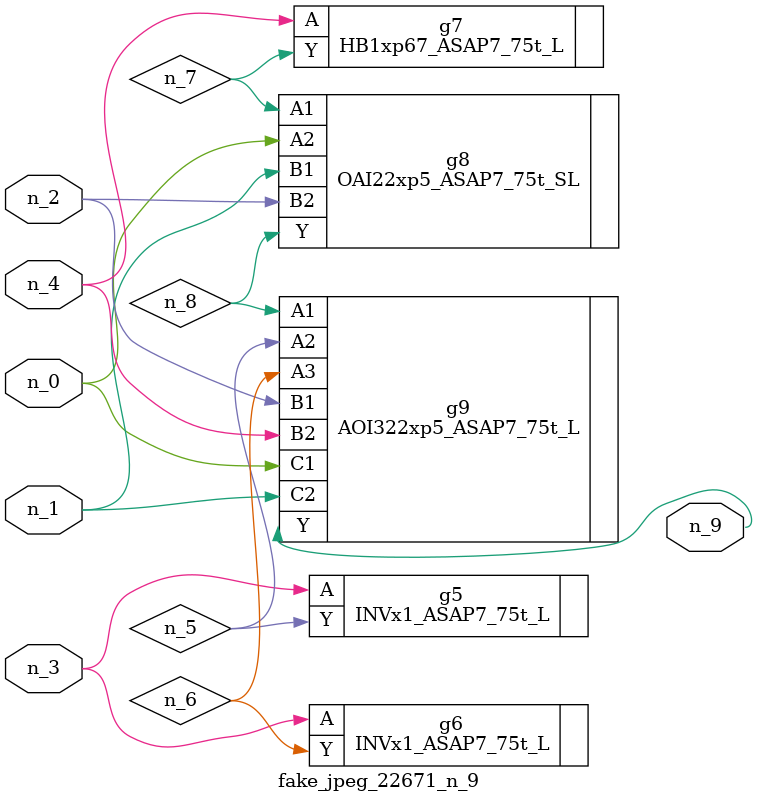
<source format=v>
module fake_jpeg_22671_n_9 (n_3, n_2, n_1, n_0, n_4, n_9);

input n_3;
input n_2;
input n_1;
input n_0;
input n_4;

output n_9;

wire n_8;
wire n_6;
wire n_5;
wire n_7;

INVx1_ASAP7_75t_L g5 ( 
.A(n_3),
.Y(n_5)
);

INVx1_ASAP7_75t_L g6 ( 
.A(n_3),
.Y(n_6)
);

HB1xp67_ASAP7_75t_L g7 ( 
.A(n_4),
.Y(n_7)
);

OAI22xp5_ASAP7_75t_SL g8 ( 
.A1(n_7),
.A2(n_0),
.B1(n_1),
.B2(n_2),
.Y(n_8)
);

AOI322xp5_ASAP7_75t_L g9 ( 
.A1(n_8),
.A2(n_5),
.A3(n_6),
.B1(n_2),
.B2(n_4),
.C1(n_0),
.C2(n_1),
.Y(n_9)
);


endmodule
</source>
